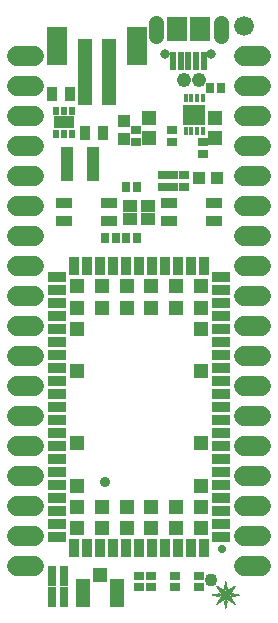
<source format=gts>
G75*
%MOIN*%
%OFA0B0*%
%FSLAX25Y25*%
%IPPOS*%
%LPD*%
%AMOC8*
5,1,8,0,0,1.08239X$1,22.5*
%
%ADD10R,0.02375X0.06115*%
%ADD11R,0.06706X0.08280*%
%ADD12C,0.03162*%
%ADD13C,0.05131*%
%ADD14R,0.05721X0.03359*%
%ADD15R,0.03950X0.03950*%
%ADD16R,0.03200X0.02600*%
%ADD17C,0.06600*%
%ADD18R,0.04934X0.09461*%
%ADD19R,0.04737X0.04934*%
%ADD20R,0.02600X0.03200*%
%ADD21C,0.00100*%
%ADD22R,0.03543X0.06299*%
%ADD23R,0.06299X0.03543*%
%ADD24C,0.02769*%
%ADD25R,0.04724X0.04724*%
%ADD26C,0.03556*%
%ADD27C,0.04343*%
%ADD28R,0.04737X0.03950*%
%ADD29R,0.07099X0.12611*%
%ADD30R,0.04737X0.22454*%
%ADD31R,0.03600X0.04900*%
%ADD32R,0.01181X0.03150*%
%ADD33R,0.07402X0.06811*%
%ADD34R,0.04737X0.05131*%
%ADD35C,0.04762*%
%ADD36C,0.06600*%
%ADD37R,0.07099X0.04343*%
%ADD38R,0.01981X0.03162*%
%ADD39R,0.03950X0.11430*%
D10*
X0089045Y0187969D03*
X0091604Y0187969D03*
X0094163Y0187969D03*
X0096723Y0187969D03*
X0099282Y0187969D03*
D11*
X0098100Y0198500D03*
X0090226Y0198461D03*
D12*
X0086486Y0190232D03*
X0101841Y0190232D03*
D13*
X0105089Y0196335D02*
X0105089Y0200665D01*
X0083238Y0200665D02*
X0083238Y0196335D01*
D14*
X0087782Y0140551D03*
X0087782Y0134449D03*
X0102545Y0134449D03*
X0102545Y0140551D03*
X0067545Y0140551D03*
X0067545Y0134449D03*
X0052782Y0134449D03*
X0052782Y0140551D03*
D15*
X0072663Y0162047D03*
X0072663Y0167953D03*
X0097711Y0149000D03*
X0103616Y0149000D03*
D16*
X0092663Y0149900D03*
X0089163Y0149900D03*
X0085663Y0149900D03*
X0085663Y0146100D03*
X0089163Y0146100D03*
X0092663Y0146100D03*
X0099163Y0157100D03*
X0099163Y0160900D03*
X0088663Y0161100D03*
X0088663Y0164900D03*
X0076663Y0164900D03*
X0076663Y0161100D03*
X0077663Y0016400D03*
X0081663Y0016400D03*
X0089663Y0016400D03*
X0089663Y0012600D03*
X0081663Y0012600D03*
X0077663Y0012600D03*
X0097663Y0012600D03*
X0097663Y0016400D03*
D17*
X0042663Y0019500D02*
X0036863Y0019500D01*
X0036863Y0029500D02*
X0042663Y0029500D01*
X0042663Y0039500D02*
X0036863Y0039500D01*
X0036863Y0049500D02*
X0042663Y0049500D01*
X0042663Y0059500D02*
X0036863Y0059500D01*
X0036863Y0069500D02*
X0042663Y0069500D01*
X0042663Y0079500D02*
X0036863Y0079500D01*
X0036863Y0089500D02*
X0042663Y0089500D01*
X0042663Y0099500D02*
X0036863Y0099500D01*
X0036863Y0109500D02*
X0042663Y0109500D01*
X0042663Y0119500D02*
X0036863Y0119500D01*
X0036863Y0129500D02*
X0042663Y0129500D01*
X0042663Y0139500D02*
X0036863Y0139500D01*
X0036863Y0149500D02*
X0042663Y0149500D01*
X0042663Y0159500D02*
X0036863Y0159500D01*
X0036863Y0169500D02*
X0042663Y0169500D01*
X0042663Y0179500D02*
X0036863Y0179500D01*
X0036863Y0189500D02*
X0042663Y0189500D01*
X0112663Y0189500D02*
X0118463Y0189500D01*
X0118463Y0179500D02*
X0112663Y0179500D01*
X0112663Y0169500D02*
X0118463Y0169500D01*
X0118463Y0159500D02*
X0112663Y0159500D01*
X0112663Y0149500D02*
X0118463Y0149500D01*
X0118463Y0139500D02*
X0112663Y0139500D01*
X0112663Y0129500D02*
X0118463Y0129500D01*
X0118463Y0119500D02*
X0112663Y0119500D01*
X0112663Y0109500D02*
X0118463Y0109500D01*
X0118463Y0099500D02*
X0112663Y0099500D01*
X0112663Y0089500D02*
X0118463Y0089500D01*
X0118463Y0079500D02*
X0112663Y0079500D01*
X0112663Y0069500D02*
X0118463Y0069500D01*
X0118463Y0059500D02*
X0112663Y0059500D01*
X0112663Y0049500D02*
X0118463Y0049500D01*
X0118463Y0039500D02*
X0112663Y0039500D01*
X0112663Y0029500D02*
X0118463Y0029500D01*
X0118463Y0019500D02*
X0112663Y0019500D01*
D18*
X0070471Y0010500D03*
X0058856Y0010500D03*
D19*
X0064663Y0016514D03*
D20*
X0052563Y0018000D03*
X0048763Y0018000D03*
X0048763Y0014500D03*
X0048763Y0011000D03*
X0052563Y0011000D03*
X0052563Y0014500D03*
X0052563Y0007500D03*
X0048763Y0007500D03*
X0066263Y0129000D03*
X0070063Y0129000D03*
X0073263Y0129000D03*
X0077063Y0129000D03*
X0077063Y0146000D03*
X0073263Y0146000D03*
X0101263Y0179000D03*
X0105063Y0179000D03*
D21*
X0106463Y0014500D02*
X0106963Y0012100D01*
X0106463Y0011800D01*
X0105963Y0012100D01*
X0106463Y0014500D01*
X0106453Y0014450D02*
X0106474Y0014450D01*
X0106494Y0014351D02*
X0106432Y0014351D01*
X0106412Y0014253D02*
X0106515Y0014253D01*
X0106536Y0014154D02*
X0106391Y0014154D01*
X0106371Y0014056D02*
X0106556Y0014056D01*
X0106577Y0013957D02*
X0106350Y0013957D01*
X0106330Y0013859D02*
X0106597Y0013859D01*
X0106618Y0013760D02*
X0106309Y0013760D01*
X0106289Y0013662D02*
X0106638Y0013662D01*
X0106659Y0013563D02*
X0106268Y0013563D01*
X0106248Y0013465D02*
X0106679Y0013465D01*
X0106700Y0013366D02*
X0106227Y0013366D01*
X0106207Y0013268D02*
X0106720Y0013268D01*
X0106741Y0013169D02*
X0106186Y0013169D01*
X0106166Y0013070D02*
X0106761Y0013070D01*
X0106782Y0012972D02*
X0106145Y0012972D01*
X0106125Y0012873D02*
X0106802Y0012873D01*
X0106823Y0012775D02*
X0106104Y0012775D01*
X0106084Y0012676D02*
X0106843Y0012676D01*
X0106864Y0012578D02*
X0106063Y0012578D01*
X0106043Y0012479D02*
X0106884Y0012479D01*
X0106905Y0012381D02*
X0106022Y0012381D01*
X0106001Y0012282D02*
X0106925Y0012282D01*
X0106946Y0012184D02*
X0105981Y0012184D01*
X0105988Y0012085D02*
X0106939Y0012085D01*
X0106775Y0011987D02*
X0106152Y0011987D01*
X0106316Y0011888D02*
X0106611Y0011888D01*
X0106944Y0011494D02*
X0108493Y0011494D01*
X0108427Y0011396D02*
X0106783Y0011396D01*
X0106622Y0011297D02*
X0108362Y0011297D01*
X0108296Y0011199D02*
X0104668Y0011199D01*
X0104730Y0011100D02*
X0108230Y0011100D01*
X0108165Y0011002D02*
X0104792Y0011002D01*
X0104855Y0010903D02*
X0108099Y0010903D01*
X0108033Y0010805D02*
X0104917Y0010805D01*
X0104980Y0010706D02*
X0107968Y0010706D01*
X0107902Y0010608D02*
X0105042Y0010608D01*
X0105104Y0010509D02*
X0107836Y0010509D01*
X0107771Y0010411D02*
X0105167Y0010411D01*
X0105229Y0010312D02*
X0107705Y0010312D01*
X0107639Y0010214D02*
X0105291Y0010214D01*
X0105354Y0010115D02*
X0107574Y0010115D01*
X0107563Y0010100D02*
X0109563Y0013100D01*
X0106463Y0011200D01*
X0103463Y0013100D01*
X0105363Y0010100D01*
X0103363Y0006900D01*
X0106463Y0008900D01*
X0109563Y0007000D01*
X0107563Y0010100D01*
X0107617Y0010017D02*
X0105311Y0010017D01*
X0105250Y0009918D02*
X0107681Y0009918D01*
X0107744Y0009820D02*
X0105188Y0009820D01*
X0105127Y0009721D02*
X0107808Y0009721D01*
X0107871Y0009623D02*
X0105065Y0009623D01*
X0105004Y0009524D02*
X0107935Y0009524D01*
X0107999Y0009426D02*
X0104942Y0009426D01*
X0104880Y0009327D02*
X0108062Y0009327D01*
X0108126Y0009229D02*
X0104819Y0009229D01*
X0104757Y0009130D02*
X0108189Y0009130D01*
X0108253Y0009032D02*
X0104696Y0009032D01*
X0104634Y0008933D02*
X0108316Y0008933D01*
X0108380Y0008834D02*
X0106570Y0008834D01*
X0106731Y0008736D02*
X0108443Y0008736D01*
X0108507Y0008637D02*
X0106892Y0008637D01*
X0107053Y0008539D02*
X0108571Y0008539D01*
X0108634Y0008440D02*
X0107213Y0008440D01*
X0107374Y0008342D02*
X0108698Y0008342D01*
X0108761Y0008243D02*
X0107535Y0008243D01*
X0107695Y0008145D02*
X0108825Y0008145D01*
X0108888Y0008046D02*
X0107856Y0008046D01*
X0108017Y0007948D02*
X0108952Y0007948D01*
X0109015Y0007849D02*
X0108178Y0007849D01*
X0108338Y0007751D02*
X0109079Y0007751D01*
X0109143Y0007652D02*
X0108499Y0007652D01*
X0108660Y0007554D02*
X0109206Y0007554D01*
X0109270Y0007455D02*
X0108821Y0007455D01*
X0108981Y0007357D02*
X0109333Y0007357D01*
X0109397Y0007258D02*
X0109142Y0007258D01*
X0109303Y0007160D02*
X0109460Y0007160D01*
X0109463Y0007061D02*
X0109524Y0007061D01*
X0109121Y0009721D02*
X0108491Y0009721D01*
X0108550Y0009623D02*
X0108667Y0009623D01*
X0108563Y0009600D02*
X0110863Y0010100D01*
X0108563Y0010600D01*
X0108263Y0010100D01*
X0108563Y0009600D01*
X0108432Y0009820D02*
X0109574Y0009820D01*
X0110027Y0009918D02*
X0108373Y0009918D01*
X0108313Y0010017D02*
X0110480Y0010017D01*
X0110341Y0010214D02*
X0108332Y0010214D01*
X0108391Y0010312D02*
X0109887Y0010312D01*
X0109434Y0010411D02*
X0108450Y0010411D01*
X0108509Y0010509D02*
X0108981Y0010509D01*
X0108273Y0010115D02*
X0110794Y0010115D01*
X0108559Y0011593D02*
X0107104Y0011593D01*
X0107265Y0011691D02*
X0108624Y0011691D01*
X0108690Y0011790D02*
X0107426Y0011790D01*
X0107587Y0011888D02*
X0108756Y0011888D01*
X0108821Y0011987D02*
X0107747Y0011987D01*
X0107908Y0012085D02*
X0108887Y0012085D01*
X0108953Y0012184D02*
X0108069Y0012184D01*
X0108229Y0012282D02*
X0109018Y0012282D01*
X0109084Y0012381D02*
X0108390Y0012381D01*
X0108551Y0012479D02*
X0109150Y0012479D01*
X0109215Y0012578D02*
X0108712Y0012578D01*
X0108872Y0012676D02*
X0109281Y0012676D01*
X0109347Y0012775D02*
X0109033Y0012775D01*
X0109194Y0012873D02*
X0109412Y0012873D01*
X0109355Y0012972D02*
X0109478Y0012972D01*
X0109515Y0013070D02*
X0109544Y0013070D01*
X0106310Y0011297D02*
X0104605Y0011297D01*
X0104543Y0011396D02*
X0106154Y0011396D01*
X0105999Y0011494D02*
X0104480Y0011494D01*
X0104418Y0011593D02*
X0105843Y0011593D01*
X0105688Y0011691D02*
X0104356Y0011691D01*
X0104293Y0011790D02*
X0105532Y0011790D01*
X0105377Y0011888D02*
X0104231Y0011888D01*
X0104168Y0011987D02*
X0105221Y0011987D01*
X0105066Y0012085D02*
X0104106Y0012085D01*
X0104044Y0012184D02*
X0104910Y0012184D01*
X0104754Y0012282D02*
X0103981Y0012282D01*
X0103919Y0012381D02*
X0104599Y0012381D01*
X0104443Y0012479D02*
X0103856Y0012479D01*
X0103794Y0012578D02*
X0104288Y0012578D01*
X0104132Y0012676D02*
X0103732Y0012676D01*
X0103669Y0012775D02*
X0103977Y0012775D01*
X0103821Y0012873D02*
X0103607Y0012873D01*
X0103666Y0012972D02*
X0103545Y0012972D01*
X0103510Y0013070D02*
X0103482Y0013070D01*
X0103946Y0010509D02*
X0104436Y0010509D01*
X0104363Y0010600D02*
X0104763Y0010100D01*
X0104363Y0009600D01*
X0102063Y0010100D01*
X0104363Y0010600D01*
X0104515Y0010411D02*
X0103493Y0010411D01*
X0103039Y0010312D02*
X0104594Y0010312D01*
X0104673Y0010214D02*
X0102586Y0010214D01*
X0102447Y0010017D02*
X0104697Y0010017D01*
X0104751Y0010115D02*
X0102133Y0010115D01*
X0102900Y0009918D02*
X0104618Y0009918D01*
X0104539Y0009820D02*
X0103353Y0009820D01*
X0103806Y0009721D02*
X0104460Y0009721D01*
X0104382Y0009623D02*
X0104260Y0009623D01*
X0104573Y0008834D02*
X0106362Y0008834D01*
X0106209Y0008736D02*
X0104511Y0008736D01*
X0104449Y0008637D02*
X0106057Y0008637D01*
X0105904Y0008539D02*
X0104388Y0008539D01*
X0104326Y0008440D02*
X0105751Y0008440D01*
X0105598Y0008342D02*
X0104265Y0008342D01*
X0104203Y0008243D02*
X0105446Y0008243D01*
X0105293Y0008145D02*
X0104142Y0008145D01*
X0104080Y0008046D02*
X0105140Y0008046D01*
X0104988Y0007948D02*
X0104018Y0007948D01*
X0103957Y0007849D02*
X0104835Y0007849D01*
X0104682Y0007751D02*
X0103895Y0007751D01*
X0103834Y0007652D02*
X0104530Y0007652D01*
X0104377Y0007554D02*
X0103772Y0007554D01*
X0103711Y0007455D02*
X0104224Y0007455D01*
X0104072Y0007357D02*
X0103649Y0007357D01*
X0103587Y0007258D02*
X0103919Y0007258D01*
X0103766Y0007160D02*
X0103526Y0007160D01*
X0103464Y0007061D02*
X0103613Y0007061D01*
X0103461Y0006963D02*
X0103403Y0006963D01*
X0106056Y0007554D02*
X0106871Y0007554D01*
X0106891Y0007652D02*
X0106036Y0007652D01*
X0106015Y0007751D02*
X0106912Y0007751D01*
X0106932Y0007849D02*
X0105995Y0007849D01*
X0105974Y0007948D02*
X0106953Y0007948D01*
X0106963Y0008000D02*
X0106463Y0008300D01*
X0105963Y0008000D01*
X0106463Y0005600D01*
X0106963Y0008000D01*
X0106886Y0008046D02*
X0106041Y0008046D01*
X0106205Y0008145D02*
X0106722Y0008145D01*
X0106558Y0008243D02*
X0106369Y0008243D01*
X0106077Y0007455D02*
X0106850Y0007455D01*
X0106829Y0007357D02*
X0106097Y0007357D01*
X0106118Y0007258D02*
X0106809Y0007258D01*
X0106788Y0007160D02*
X0106139Y0007160D01*
X0106159Y0007061D02*
X0106768Y0007061D01*
X0106747Y0006963D02*
X0106180Y0006963D01*
X0106200Y0006864D02*
X0106727Y0006864D01*
X0106706Y0006766D02*
X0106221Y0006766D01*
X0106241Y0006667D02*
X0106686Y0006667D01*
X0106665Y0006569D02*
X0106262Y0006569D01*
X0106282Y0006470D02*
X0106645Y0006470D01*
X0106624Y0006372D02*
X0106303Y0006372D01*
X0106323Y0006273D02*
X0106604Y0006273D01*
X0106583Y0006175D02*
X0106344Y0006175D01*
X0106364Y0006076D02*
X0106563Y0006076D01*
X0106542Y0005978D02*
X0106385Y0005978D01*
X0106405Y0005879D02*
X0106522Y0005879D01*
X0106501Y0005781D02*
X0106426Y0005781D01*
X0106446Y0005682D02*
X0106481Y0005682D01*
D22*
X0099317Y0025453D03*
X0094986Y0025453D03*
X0090656Y0025453D03*
X0086325Y0025453D03*
X0081994Y0025453D03*
X0077663Y0025453D03*
X0073333Y0025453D03*
X0069002Y0025453D03*
X0064671Y0025453D03*
X0060341Y0025453D03*
X0056010Y0025453D03*
X0056010Y0119547D03*
X0060341Y0119547D03*
X0064671Y0119547D03*
X0069002Y0119547D03*
X0073333Y0119547D03*
X0077663Y0119547D03*
X0081994Y0119547D03*
X0086325Y0119547D03*
X0090656Y0119547D03*
X0094986Y0119547D03*
X0099317Y0119547D03*
D23*
X0105026Y0115807D03*
X0105026Y0111476D03*
X0105026Y0107146D03*
X0105026Y0102815D03*
X0105026Y0098484D03*
X0105026Y0094154D03*
X0105026Y0089823D03*
X0105026Y0085492D03*
X0105026Y0081161D03*
X0105026Y0076831D03*
X0105026Y0072500D03*
X0105026Y0068169D03*
X0105026Y0063839D03*
X0105026Y0059508D03*
X0105026Y0055177D03*
X0105026Y0050846D03*
X0105026Y0046516D03*
X0105026Y0042185D03*
X0105026Y0037854D03*
X0105026Y0033524D03*
X0105026Y0029193D03*
X0050301Y0029193D03*
X0050301Y0033524D03*
X0050301Y0037854D03*
X0050301Y0042185D03*
X0050301Y0046516D03*
X0050301Y0050846D03*
X0050301Y0055177D03*
X0050301Y0059508D03*
X0050301Y0063839D03*
X0050301Y0068169D03*
X0050301Y0072500D03*
X0050301Y0076831D03*
X0050301Y0081161D03*
X0050301Y0085492D03*
X0050301Y0089823D03*
X0050301Y0094154D03*
X0050301Y0098484D03*
X0050301Y0102815D03*
X0050301Y0107146D03*
X0050301Y0111476D03*
X0050301Y0115807D03*
D24*
X0105223Y0025256D03*
D25*
X0098333Y0032146D03*
X0090065Y0032146D03*
X0081797Y0032146D03*
X0073530Y0032146D03*
X0065262Y0032146D03*
X0056994Y0032146D03*
X0056994Y0039232D03*
X0065262Y0039232D03*
X0073530Y0039232D03*
X0081797Y0039232D03*
X0090065Y0039232D03*
X0098333Y0039232D03*
X0098333Y0046319D03*
X0098333Y0060492D03*
X0056994Y0060492D03*
X0056994Y0046319D03*
X0056994Y0084508D03*
X0056994Y0098681D03*
X0056994Y0105768D03*
X0065262Y0105768D03*
X0073530Y0105768D03*
X0081797Y0105768D03*
X0090065Y0105768D03*
X0098333Y0105768D03*
X0098333Y0112854D03*
X0090065Y0112854D03*
X0081797Y0112854D03*
X0073530Y0112854D03*
X0065262Y0112854D03*
X0056994Y0112854D03*
X0098333Y0098681D03*
X0098333Y0084508D03*
D26*
X0066356Y0047539D03*
D27*
X0101789Y0014861D03*
D28*
X0080616Y0135335D03*
X0074711Y0135335D03*
X0074711Y0139665D03*
X0080616Y0139665D03*
D29*
X0077049Y0193063D03*
X0050278Y0193063D03*
D30*
X0059726Y0184126D03*
X0067600Y0184126D03*
D31*
X0054604Y0177024D03*
X0048704Y0177024D03*
X0059693Y0164019D03*
X0065593Y0164019D03*
D32*
X0093211Y0164488D03*
X0093211Y0164488D03*
X0095179Y0164488D03*
X0097148Y0164488D03*
X0099116Y0164488D03*
X0099116Y0175512D03*
X0097148Y0175512D03*
X0095179Y0175512D03*
X0093211Y0175512D03*
D33*
X0096163Y0170000D03*
D34*
X0103163Y0168846D03*
X0103163Y0162154D03*
X0081163Y0162154D03*
X0081163Y0168846D03*
D35*
X0092663Y0181500D03*
X0097663Y0181500D03*
D36*
X0112663Y0199500D03*
D37*
X0052663Y0167500D03*
D38*
X0052663Y0171437D03*
X0050104Y0171437D03*
X0055223Y0171437D03*
X0055223Y0163563D03*
X0052663Y0163563D03*
X0050104Y0163563D03*
D39*
X0053824Y0153525D03*
X0062486Y0153525D03*
M02*

</source>
